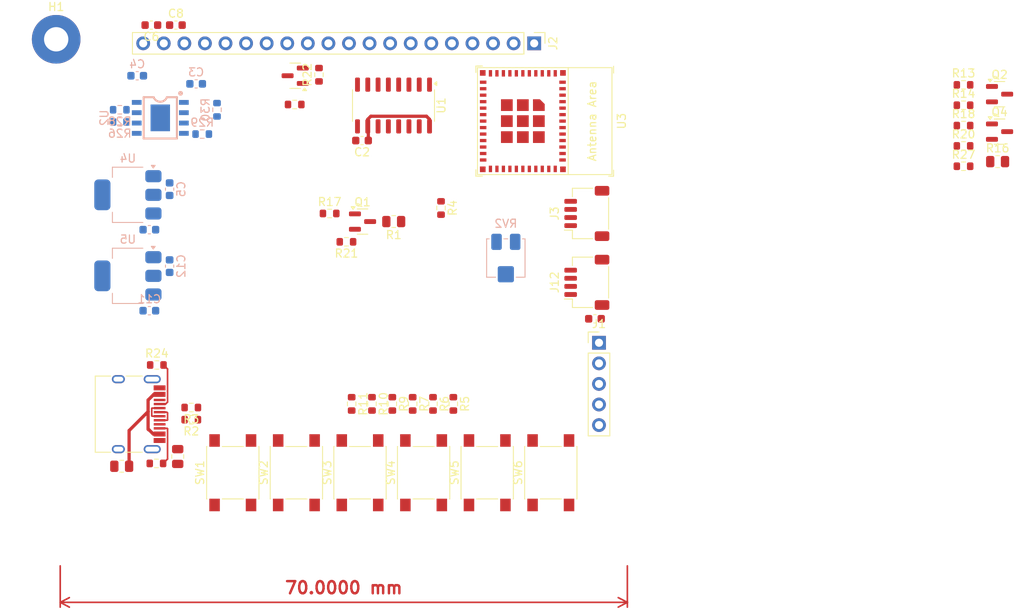
<source format=kicad_pcb>
(kicad_pcb (version 20240108) (generator "pcbnew") (generator_version "8.0")
  (layers (0 "F.Cu" signal) (31 "B.Cu" signal) (34 "B.Paste" user) (35 "F.Paste" user) (36 "B.SilkS" user "B.Silkscreen") (37 "F.SilkS" user "F.Silkscreen") (38 "B.Mask" user) (39 "F.Mask" user) (44 "Edge.Cuts" user))
  (net 0 "")
  (net 1 "GND")
  (net 2 "INT")
  (net 3 "SDA")
  (net 4 "SCL")
  (net 5 "D5")
  (net 6 "D0")
  (net 7 "R{slash}W")
  (net 8 "CS1")
  (net 9 "D7")
  (net 10 "EN")
  (net 11 "RST")
  (net 12 "D4")
  (net 13 "Vee")
  (net 14 "V0")
  (net 15 "D1")
  (net 16 "D{slash}I")
  (net 17 "CS2")
  (net 18 "LED-")
  (net 19 "D3")
  (net 20 "D6")
  (net 21 "D2")
  (net 22 "LED_DRV")
  (net 23 "B_BTN")
  (net 24 "A_BTN")
  (net 25 "UP_BTN")
  (net 26 "DN_BTN")
  (net 27 "LT_BTN")
  (net 28 "RT_BTN")
  (net 29 "SH_LAT")
  (net 30 "Net-(Q1-D)")
  (net 31 "+3V3")
  (net 32 "SH_CLK")
  (net 33 "+5V")
  (net 34 "+5VL")
  (net 35 "Net-(Q1-G)")
  (net 36 "Net-(J4-CC2)")
  (net 37 "Net-(J4-CC1)")
  (net 39 "+5VP")
  (net 41 "D+")
  (net 42 "D-")
  (net 44 "SH_DIN")
  (net 45 "Net-(U3-GPIO13{slash}USB_D+)")
  (net 46 "Net-(U3-GPIO12{slash}USB_D-)")
  (net 50 "Net-(SW7-B)")
  (net 54 "ACT_LED")
  (net 62 "Net-(Q2-D)")
  (net 63 "Net-(Q2-G)")
  (net 64 "SERTX_12V")
  (net 65 "Net-(Q4-G)")
  (net 66 "Net-(Q4-S)")
  (net 67 "SERTX_3V3")
  (net 68 "+12V")
  (net 69 "+BATT")
  (net 70 "Net-(D1-A)")
  (net 71 "Net-(D2-K)")
  (net 72 "Net-(U2-~{STDBY})")
  (net 73 "Net-(U2-~{CHRG})")
  (net 74 "Net-(D3-K)")
  (net 75 "Net-(U2-VCC)")
  (net 76 "Net-(U2-PROG)")
  (footprint "Connector_PinHeader_2.54mm:PinHeader_1x20_P2.54mm_Vertical" (layer "F.Cu") (at 166 73.5 -90)
    (property "Reference" "J2" (at 0 -2.33 90) (layer "F.SilkS"))
    (property "Value" "LCD")
    (pad "1" thru_hole rect (at 0 0 270) (size 1.7 1.7) (drill 1) (layers "*.Cu" "*.Mask") (net 34 "+5VL"))
    (pad "2" thru_hole oval (at 0 2.54 270) (size 1.7 1.7) (drill 1) (layers "*.Cu" "*.Mask") (net 1 "GND"))
    (pad "3" thru_hole oval (at 0 5.08 270) (size 1.7 1.7) (drill 1) (layers "*.Cu" "*.Mask") (net 14 "V0"))
    (pad "4" thru_hole oval (at 0 7.62 270) (size 1.7 1.7) (drill 1) (layers "*.Cu" "*.Mask") (net 6 "D0"))
    (pad "5" thru_hole oval (at 0 10.16 270) (size 1.7 1.7) (drill 1) (layers "*.Cu" "*.Mask") (net 15 "D1"))
    (pad "6" thru_hole oval (at 0 12.7 270) (size 1.7 1.7) (drill 1) (layers "*.Cu" "*.Mask") (net 21 "D2"))
    (pad "7" thru_hole oval (at 0 15.24 270) (size 1.7 1.7) (drill 1) (layers "*.Cu" "*.Mask") (net 19 "D3"))
    (pad "8" thru_hole oval (at 0 17.78 270) (size 1.7 1.7) (drill 1) (layers "*.Cu" "*.Mask") (net 12 "D4"))
    (pad "9" thru_hole oval (at 0 20.32 270) (size 1.7 1.7) (drill 1) (layers "*.Cu" "*.Mask") (net 5 "D5"))
    (pad "10" thru_hole oval (at 0 22.86 270) (size 1.7 1.7) (drill 1) (layers "*.Cu" "*.Mask") (net 20 "D6"))
    (pad "11" thru_hole oval (at 0 25.4 270) (size 1.7 1.7) (drill 1) (layers "*.Cu" "*.Mask") (net 9 "D7"))
    (pad "12" thru_hole oval (at 0 27.94 270) (size 1.7 1.7) (drill 1) (layers "*.Cu" "*.Mask") (net 8 "CS1"))
    (pad "13" thru_hole oval (at 0 30.48 270) (size 1.7 1.7) (drill 1) (layers "*.Cu" "*.Mask") (net 17 "CS2"))
    (pad "14" thru_hole oval (at 0 33.02 270) (size 1.7 1.7) (drill 1) (layers "*.Cu" "*.Mask") (net 11 "RST"))
    (pad "15" thru_hole oval (at 0 35.56 270) (size 1.7 1.7) (drill 1) (layers "*.Cu" "*.Mask") (net 7 "R{slash}W"))
    (pad "16" thru_hole oval (at 0 38.1 270) (size 1.7 1.7) (drill 1) (layers "*.Cu" "*.Mask") (net 16 "D{slash}I"))
    (pad "17" thru_hole oval (at 0 40.64 270) (size 1.7 1.7) (drill 1) (layers "*.Cu" "*.Mask") (net 10 "EN"))
    (pad "18" thru_hole oval (at 0 43.18 270) (size 1.7 1.7) (drill 1) (layers "*.Cu" "*.Mask") (net 13 "Vee"))
    (pad "19" thru_hole oval (at 0 45.72 270) (size 1.7 1.7) (drill 1) (layers "*.Cu" "*.Mask") (net 34 "+5VL"))
    (pad "20" thru_hole oval (at 0 48.26 270) (size 1.7 1.7) (drill 1) (layers "*.Cu" "*.Mask") (net 18 "LED-"))
  )
  (footprint "Package_TO_SOT_SMD:SOT-23" (layer "F.Cu") (at 136.5 77.5 180)
    (property "Reference" "Q3" (hide yes))
    (property "Value" "2N7002" (hide yes))
    (pad "1" smd roundrect (at -0.9375 -0.95 180) (size 1.475 0.6) (layers "F.Cu" "F.Paste" "F.Mask") (net 8 "CS1"))
    (pad "2" smd roundrect (at -0.9375 0.95 180) (size 1.475 0.6) (layers "F.Cu" "F.Paste" "F.Mask") (net 1 "GND"))
    (pad "3" smd roundrect (at 0.937501 0 180) (size 1.475 0.6) (layers "F.Cu" "F.Paste" "F.Mask") (net 17 "CS2"))
  )
  (footprint "Resistor_SMD:R_0603_1608Metric" (layer "F.Cu") (at 151 118 -90)
    (property "Reference" "R7" (at 0 -1.43 90) (layer "F.SilkS"))
    (property "Value" "10k")
    (pad "1" smd roundrect (at -0.825 0 270) (size 0.8 0.95) (layers "F.Cu" "F.Paste" "F.Mask") (net 31 "+3V3"))
    (pad "2" smd roundrect (at 0.825 0 270) (size 0.8 0.95) (layers "F.Cu" "F.Paste" "F.Mask") (net 26 "DN_BTN"))
  )
  (footprint "Package_TO_SOT_SMD:SOT-23" (layer "F.Cu") (at 144.8125 95.5)
    (property "Reference" "Q1" (at 0 -2.4 0) (layer "F.SilkS"))
    (property "Value" "2N7002")
    (pad "1" smd roundrect (at -0.9375 -0.95) (size 1.475 0.6) (layers "F.Cu" "F.Paste" "F.Mask") (net 35 "Net-(Q1-G)"))
    (pad "2" smd roundrect (at -0.9375 0.95) (size 1.475 0.6) (layers "F.Cu" "F.Paste" "F.Mask") (net 1 "GND"))
    (pad "3" smd roundrect (at 0.9375 0) (size 1.475 0.6) (layers "F.Cu" "F.Paste" "F.Mask") (net 30 "Net-(Q1-D)"))
  )
  (footprint "Button_Switch_SMD:SW_SPST_PTS645" (layer "F.Cu") (at 128.8 126.5 90)
    (property "Reference" "SW1" (at 0 -4.049999 90) (layer "F.SilkS"))
    (property "Value" "A")
    (pad "1" smd rect (at -3.98 -2.25 90) (size 1.55 1.3) (layers "F.Cu" "F.Paste" "F.Mask") (net 24 "A_BTN"))
    (pad "1" smd rect (at 3.98 -2.25 90) (size 1.55 1.3) (layers "F.Cu" "F.Paste" "F.Mask") (net 24 "A_BTN"))
    (pad "2" smd rect (at -3.98 2.25 90) (size 1.55 1.3) (layers "F.Cu" "F.Paste" "F.Mask") (net 1 "GND"))
    (pad "2" smd rect (at 3.98 2.25 90) (size 1.55 1.3) (layers "F.Cu" "F.Paste" "F.Mask") (net 1 "GND"))
  )
  (footprint "Capacitor_SMD:C_0603_1608Metric" (layer "F.Cu") (at 118.75 71.25 180)
    (property "Reference" "C6" (at 0 -1.43 0) (layer "F.SilkS"))
    (property "Value" "100nF")
    (pad "1" smd roundrect (at -0.775 0 180) (size 0.9 0.95) (layers "F.Cu" "F.Paste" "F.Mask") (net 34 "+5VL"))
    (pad "2" smd roundrect (at 0.775 0 180) (size 0.9 0.95) (layers "F.Cu" "F.Paste" "F.Mask") (net 1 "GND"))
  )
  (footprint "Package_TO_SOT_SMD:SOT-23" (layer "F.Cu") (at 223.44 84.4)
    (property "Reference" "Q4" (at 0 -2.4 0) (layer "F.SilkS"))
    (property "Value" "2N7002")
    (pad "1" smd roundrect (at -0.9375 -0.95) (size 1.475 0.6) (layers "F.Cu" "F.Paste" "F.Mask") (net 65 "Net-(Q4-G)"))
    (pad "2" smd roundrect (at -0.9375 0.95) (size 1.475 0.6) (layers "F.Cu" "F.Paste" "F.Mask") (net 66 "Net-(Q4-S)"))
    (pad "3" smd roundrect (at 0.9375 0) (size 1.475 0.6) (layers "F.Cu" "F.Paste" "F.Mask") (net 64 "SERTX_12V"))
  )
  (footprint "Resistor_SMD:R_0603_1608Metric" (layer "F.Cu") (at 218.99 81.14)
    (property "Reference" "R14" (at 0 -1.43 0) (layer "F.SilkS"))
    (property "Value" "5K1")
    (pad "1" smd roundrect (at -0.825 0) (size 0.8 0.95) (layers "F.Cu" "F.Paste" "F.Mask") (net 1 "GND"))
    (pad "2" smd roundrect (at 0.825 0) (size 0.8 0.95) (layers "F.Cu" "F.Paste" "F.Mask") (net 63 "Net-(Q2-G)"))
  )
  (footprint "Resistor_SMD:R_0603_1608Metric" (layer "F.Cu") (at 218.99 88.67)
    (property "Reference" "R27" (at 0 -1.43 0) (layer "F.SilkS"))
    (property "Value" "5K1")
    (pad "1" smd roundrect (at -0.825 0) (size 0.8 0.95) (layers "F.Cu" "F.Paste" "F.Mask") (net 66 "Net-(Q4-S)"))
    (pad "2" smd roundrect (at 0.825 0) (size 0.8 0.95) (layers "F.Cu" "F.Paste" "F.Mask") (net 65 "Net-(Q4-G)"))
  )
  (footprint "Resistor_SMD:R_0603_1608Metric" (layer "F.Cu") (at 218.99 86.16)
    (property "Reference" "R20" (at 0 -1.43 0) (layer "F.SilkS"))
    (property "Value" "10k")
    (pad "1" smd roundrect (at -0.825 0) (size 0.8 0.95) (layers "F.Cu" "F.Paste" "F.Mask") (net 64 "SERTX_12V"))
    (pad "2" smd roundrect (at 0.825 0) (size 0.8 0.95) (layers "F.Cu" "F.Paste" "F.Mask") (net 68 "+12V"))
  )
  (footprint "Connector_PinHeader_2.54mm:PinHeader_1x05_P2.54mm_Vertical" (layer "F.Cu") (at 174 110.46)
    (property "Reference" "J1" (at 0 -2.33 360) (layer "F.SilkS"))
    (property "Value" "I2C")
    (pad "1" thru_hole rect (at 0 0) (size 1.7 1.7) (drill 1) (layers "*.Cu" "*.Mask") (net 31 "+3V3"))
    (pad "2" thru_hole oval (at 0 2.54) (size 1.7 1.7) (drill 1) (layers "*.Cu" "*.Mask") (net 3 "SDA"))
    (pad "3" thru_hole oval (at 0 5.079999) (size 1.7 1.7) (drill 1) (layers "*.Cu" "*.Mask") (net 4 "SCL"))
    (pad "4" thru_hole oval (at 0 7.62) (size 1.7 1.7) (drill 1) (layers "*.Cu" "*.Mask") (net 2 "INT"))
    (pad "5" thru_hole oval (at 0 10.16) (size 1.7 1.7) (drill 1) (layers "*.Cu" "*.Mask") (net 1 "GND"))
  )
  (footprint "Resistor_SMD:R_0603_1608Metric" (layer "F.Cu") (at 136.4375 81.05)
    (property "Reference" "R15" (hide yes))
    (property "Value" "1K8")
    (pad "1" smd roundrect (at -0.825 0) (size 0.8 0.95) (layers "F.Cu" "F.Paste" "F.Mask") (net 17 "CS2"))
    (pad "2" smd roundrect (at 0.825 0) (size 0.8 0.95) (layers "F.Cu" "F.Paste" "F.Mask") (net 31 "+3V3"))
  )
  (footprint "Connector_JST:JST_SH_SM04B-SRSS-TB_1x04-1MP_P1.00mm_Horizontal" (layer "F.Cu") (at 172.5 103 90)
    (property "Reference" "J12" (at 0 -3.98 90) (layer "F.SilkS"))
    (property "Value" "QWIIC")
    (pad "1" smd roundrect (at -1.5 -2 90) (size 0.6 1.55) (layers "F.Cu" "F.Paste" "F.Mask") (net 1 "GND"))
    (pad "2" smd roundrect (at -0.5 -2 90) (size 0.6 1.55) (layers "F.Cu" "F.Paste" "F.Mask") (net 31 "+3V3"))
    (pad "3" smd roundrect (at 0.5 -2 90) (size 0.6 1.55) (layers "F.Cu" "F.Paste" "F.Mask") (net 3 "SDA"))
    (pad "4" smd roundrect (at 1.5 -2 90) (size 0.6 1.55) (layers "F.Cu" "F.Paste" "F.Mask") (net 4 "SCL"))
    (pad "MP" smd roundrect (at -2.8 1.875 90) (size 1.2 1.8) (layers "F.Cu" "F.Paste" "F.Mask") (roundrect_rratio 0.208333) (net 1 "GND"))
    (pad "MP" smd roundrect (at 2.8 1.875 90) (size 1.2 1.8) (layers "F.Cu" "F.Paste" "F.Mask") (roundrect_rratio 0.208333) (net 1 "GND"))
  )
  (footprint "Resistor_SMD:R_0603_1608Metric" (layer "F.Cu") (at 140.75 94.5)
    (property "Reference" "R17" (at 0 -1.43 0) (layer "F.SilkS"))
    (property "Value" "1K8")
    (pad "1" smd roundrect (at -0.825 0) (size 0.8 0.95) (layers "F.Cu" "F.Paste" "F.Mask") (net 22 "LED_DRV"))
    (pad "2" smd roundrect (at 0.825 0) (size 0.8 0.95) (layers "F.Cu" "F.Paste" "F.Mask") (net 35 "Net-(Q1-G)"))
  )
  (footprint "Button_Switch_SMD:SW_SPST_PTS645" (layer "F.Cu") (at 144.5 126.5 90)
    (property "Reference" "SW3" (at 0 -4.049999 90) (layer "F.SilkS"))
    (property "Value" "Up")
    (pad "1" smd rect (at -3.98 -2.25 90) (size 1.55 1.3) (layers "F.Cu" "F.Paste" "F.Mask") (net 25 "UP_BTN"))
    (pad "1" smd rect (at 3.98 -2.25 90) (size 1.55 1.3) (layers "F.Cu" "F.Paste" "F.Mask") (net 25 "UP_BTN"))
    (pad "2" smd rect (at -3.98 2.25 90) (size 1.55 1.3) (layers "F.Cu" "F.Paste" "F.Mask") (net 1 "GND"))
    (pad "2" smd rect (at 3.98 2.25 90) (size 1.55 1.3) (layers "F.Cu" "F.Paste" "F.Mask") (net 1 "GND"))
  )
  (footprint "Connector_JST:JST_SH_SM04B-SRSS-TB_1x04-1MP_P1.00mm_Horizontal" (layer "F.Cu") (at 172.5 94.5 90)
    (property "Reference" "J3" (at 0 -3.98 90) (layer "F.SilkS"))
    (property "Value" "QWIIC")
    (pad "1" smd roundrect (at -1.5 -2 90) (size 0.6 1.55) (layers "F.Cu" "F.Paste" "F.Mask") (net 1 "GND"))
    (pad "2" smd roundrect (at -0.5 -2 90) (size 0.6 1.55) (layers "F.Cu" "F.Paste" "F.Mask") (net 31 "+3V3"))
    (pad "3" smd roundrect (at 0.5 -2 90) (size 0.6 1.55) (layers "F.Cu" "F.Paste" "F.Mask") (net 3 "SDA"))
    (pad "4" smd roundrect (at 1.5 -2 90) (size 0.6 1.55) (layers "F.Cu" "F.Paste" "F.Mask") (net 4 "SCL"))
    (pad "MP" smd roundrect (at -2.8 1.875 90) (size 1.2 1.8) (layers "F.Cu" "F.Paste" "F.Mask") (roundrect_rratio 0.208333) (net 1 "GND"))
    (pad "MP" smd roundrect (at 2.8 1.875 90) (size 1.2 1.8) (layers "F.Cu" "F.Paste" "F.Mask") (roundrect_rratio 0.208333) (net 1 "GND"))
  )
  (footprint "Resistor_SMD:R_0603_1608Metric" (layer "F.Cu") (at 142.825 98 180)
    (property "Reference" "R21" (at 0 -1.43 0) (layer "F.SilkS"))
    (property "Value" "5K1")
    (pad "1" smd roundrect (at -0.825 0 180) (size 0.8 0.95) (layers "F.Cu" "F.Paste" "F.Mask") (net 1 "GND"))
    (pad "2" smd roundrect (at 0.825 0 180) (size 0.8 0.95) (layers "F.Cu" "F.Paste" "F.Mask") (net 35 "Net-(Q1-G)"))
  )
  (footprint "Button_Switch_SMD:SW_SPST_PTS645" (layer "F.Cu") (at 136.65 126.5 90)
    (property "Reference" "SW2" (at 0 -4.049999 90) (layer "F.SilkS"))
    (property "Value" "B")
    (pad "1" smd rect (at -3.98 -2.25 90) (size 1.55 1.3) (layers "F.Cu" "F.Paste" "F.Mask") (net 23 "B_BTN"))
    (pad "1" smd rect (at 3.98 -2.25 90) (size 1.55 1.3) (layers "F.Cu" "F.Paste" "F.Mask") (net 23 "B_BTN"))
    (pad "2" smd rect (at -3.98 2.25 90) (size 1.55 1.3) (layers "F.Cu" "F.Paste" "F.Mask") (net 1 "GND"))
    (pad "2" smd rect (at 3.98 2.25 90) (size 1.55 1.3) (layers "F.Cu" "F.Paste" "F.Mask") (net 1 "GND"))
  )
  (footprint "Resistor_SMD:R_0805_2012Metric" (layer "F.Cu") (at 148.6625 95.5 180)
    (property "Reference" "R1" (at 0 -1.65 0) (layer "F.SilkS"))
    (property "Value" "0/F")
    (pad "1" smd roundrect (at -0.9125 0 180) (size 1.025 1.4) (layers "F.Cu" "F.Paste" "F.Mask") (roundrect_rratio 0.243902) (net 18 "LED-"))
    (pad "2" smd roundrect (at 0.9125 0 180) (size 1.025 1.4) (layers "F.Cu" "F.Paste" "F.Mask") (roundrect_rratio 0.243902) (net 30 "Net-(Q1-D)"))
  )
  (footprint "Button_Switch_SMD:SW_SPST_PTS645" (layer "F.Cu") (at 152.349999 126.5 90)
    (property "Reference" "SW4" (at 0 -4.049999 90) (layer "F.SilkS"))
    (property "Value" "Down")
    (pad "1" smd rect (at -3.98 -2.25 90) (size 1.55 1.3) (layers "F.Cu" "F.Paste" "F.Mask") (net 26 "DN_BTN"))
    (pad "1" smd rect (at 3.98 -2.25 90) (size 1.55 1.3) (layers "F.Cu" "F.Paste" "F.Mask") (net 26 "DN_BTN"))
    (pad "2" smd rect (at -3.98 2.25 90) (size 1.55 1.3) (layers "F.Cu" "F.Paste" "F.Mask") (net 1 "GND"))
    (pad "2" smd rect (at 3.98 2.25 90) (size 1.55 1.3) (layers "F.Cu" "F.Paste" "F.Mask") (net 1 "GND"))
  )
  (footprint "PCM_Espressif:ESP32-C6-MINI-1" (layer "F.Cu") (at 167.3 83.1 -90)
    (property "Reference" "U3" (at 0 -9.499999 90) (layer "F.SilkS"))
    (property "Value" "ESP32-C6-MINI-1/U" (hide yes))
    (fp_text user "Antenna Area" (at 0 -5.85 90) (layer "F.SilkS"))
    (pad "1" smd rect (at -5.9 -1.3) (size 0.4 0.8) (layers "F.Cu" "F.Paste" "F.Mask") (net 1 "GND"))
    (pad "2" smd rect (at -5.9 -0.499999) (size 0.4 0.8) (layers "F.Cu" "F.Paste" "F.Mask") (net 1 "GND"))
    (pad "3" smd rect (at -5.9 0.3) (size 0.4 0.8) (layers "F.Cu" "F.Paste" "F.Mask") (net 31 "+3V3"))
    (pad "4" smd rect (at -5.9 1.099999) (size 0.4 0.8) (layers "F.Cu" "F.Paste" "F.Mask"))
    (pad "5" smd rect (at -5.9 1.9) (size 0.4 0.8) (layers "F.Cu" "F.Paste" "F.Mask"))
    (pad "6" smd rect (at -5.9 2.7) (size 0.4 0.8) (layers "F.Cu" "F.Paste" "F.Mask") (net 22 "LED_DRV"))
    (pad "7" smd rect (at -5.9 3.5) (size 0.4 0.8) (layers "F.Cu" "F.Paste" "F.Mask"))
    (pad "8" smd rect (at -5.9 4.3) (size 0.4 0.8) (layers "F.Cu" "F.Paste" "F.Mask") (net 50 "Net-(SW7-B)"))
    (pad "9" smd rect (at -5.9 5.100001) (size 0.4 0.8) (layers "F.Cu" "F.Paste" "F.Mask"))
    (pad "10" smd rect (at -5.9 5.9) (size 0.4 0.8) (layers "F.Cu" "F.Paste" "F.Mask") (net 2 "INT"))
    (pad "11" smd rect (at -5.9 6.699999) (size 0.4 0.8) (layers "F.Cu" "F.Paste" "F.Mask") (net 1 "GND"))
    (pad "12" smd rect (at -4.8 7.6 270) (size 0.4 0.8) (layers "F.Cu" "F.Paste" "F.Mask"))
    (pad "13" smd rect (at -4.000001 7.6 270) (size 0.4 0.8) (layers "F.Cu" "F.Paste" "F.Mask"))
    (pad "14" smd rect (at -3.2 7.6 270) (size 0.4 0.8) (layers "F.Cu" "F.Paste" "F.Mask") (net 1 "GND"))
    (pad "15" smd rect (at -2.4 7.6 270) (size 0.4 0.8) (layers "F.Cu" "F.Paste" "F.Mask") (net 3 "SDA"))
    (pad "16" smd rect (at -1.6 7.6 270) (size 0.4 0.8) (layers "F.Cu" "F.Paste" "F.Mask") (net 4 "SCL"))
    (pad "17" smd rect (at -0.8 7.6 270) (size 0.4 0.8) (layers "F.Cu" "F.Paste" "F.Mask") (net 46 "Net-(U3-GPIO12{slash}USB_D-)"))
    (pad "18" smd rect (at 0 7.600001 270) (size 0.4 0.8) (layers "F.Cu" "F.Paste" "F.Mask") (net 45 "Net-(U3-GPIO13{slash}USB_D+)"))
    (pad "19" smd rect (at 0.8 7.6 270) (size 0.4 0.8) (layers "F.Cu" "F.Paste" "F.Mask") (net 32 "SH_CLK"))
    (pad "20" smd rect (at 1.6 7.6 270) (size 0.4 0.8) (layers "F.Cu" "F.Paste" "F.Mask") (net 29 "SH_LAT"))
    (pad "21" smd rect (at 2.4 7.6 270) (size 0.4 0.8) (layers "F.Cu" "F.Paste" "F.Mask"))
    (pad "22" smd rect (at 3.2 7.6 270) (size 0.4 0.8) (layers "F.Cu" "F.Paste" "F.Mask") (net 54 "ACT_LED"))
    (pad "23" smd rect (at 4.000001 7.6 270) (size 0.4 0.8) (layers "F.Cu" "F.Paste" "F.Mask") (net 44 "SH_DIN"))
    (pad "24" smd rect (at 4.8 7.6 270) (size 0.4 0.8) (layers "F.Cu" "F.Paste" "F.Mask") (net 24 "A_BTN"))
    (pad "25" smd rect (at 5.9 6.699999) (size 0.4 0.8) (layers "F.Cu" "F.Paste" "F.Mask") (net 23 "B_BTN"))
    (pad "26" smd rect (at 5.9 5.9) (size 0.4 0.8) (layers "F.Cu" "F.Paste" "F.Mask") (net 25 "UP_BTN"))
    (pad "27" smd rect (at 5.9 5.100001) (size 0.4 0.8) (layers "F.Cu" "F.Paste" "F.Mask") (net 26 "DN_BTN"))
    (pad "28" smd rect (at 5.9 4.3) (size 0.4 0.8) (layers "F.Cu" "F.Paste" "F.Mask") (net 28 "RT_BTN"))
    (pad "29" smd rect (at 5.9 3.5) (size 0.4 0.8) (layers "F.Cu" "F.Paste" "F.Mask") (net 27 "LT_BTN"))
    (pad "30" smd rect (at 5.9 2.7) (size 0.4 0.8) (layers "F.Cu" "F.Paste" "F.Mask"))
    (pad "31" smd rect (at 5.9 1.9) (size 0.4 0.8) (layers "F.Cu" "F.Paste" "F.Mask"))
    (pad "32" smd rect (at 5.9 1.099999) (size 0.4 0.8) (layers "F.Cu" "F.Paste" "F.Mask"))
    (pad "33" smd rect (at 5.9 0.3) (size 0.4 0.8) (layers "F.Cu" "F.Paste" "F.Mask"))
    (pad "34" smd rect (at 5.9 -0.499999) (size 0.4 0.8) (layers "F.Cu" "F.Paste" "F.Mask"))
    (pad "35" smd rect (at 5.9 -1.3) (size 0.4 0.8) (layers "F.Cu" "F.Paste" "F.Mask"))
    (pad "36" smd rect (at 4.8 -2.199999 270) (size 0.4 0.8) (layers "F.Cu" "F.Paste" "F.Mask") (net 1 "GND"))
    (pad "37" smd rect (at 4 -2.2 270) (size 0.4 0.8) (layers "F.Cu" "F.Paste" "F.Mask") (net 1 "GND"))
    (pad "38" smd rect (at 3.2 -2.2 270) (size 0.4 0.8) (layers "F.Cu" "F.Paste" "F.Mask") (net 1 "GND"))
    (pad "39" smd rect (at 2.4 -2.2 270) (size 0.4 0.8) (layers "F.Cu" "F.Paste" "F.Mask") (net 1 "GND"))
    (pad "40" smd rect (at 1.6 -2.2 270) (size 0.4 0.8) (layers "F.Cu" "F.Paste" "F.Mask") (net 1 "GND"))
    (pad "41" smd rect (at 0.8 -2.199999 270) (size 0.4 0.8) (layers "F.Cu" "F.Paste" "F.Mask") (net 1 "GND"))
    (pad "42" smd rect (at 0 -2.2 270) (size 0.4 0.8) (layers "F.Cu" "F.Paste" "F.Mask") (net 1 "GND"))
    (pad "43" smd rect (at -0.8 -2.199999 270) (size 0.4 0.8) (layers "F.Cu" "F.Paste" "F.Mask") (net 1 "GND"))
    (pad "44" smd rect (at -1.6 -2.2 270) (size 0.4 0.8) (layers "F.Cu" "F.Paste" "F.Mask") (net 1 "GND"))
    (pad "45" smd rect (at -2.4 -2.2 270) (size 0.4 0.8) (layers "F.Cu" "F.Paste" "F.Mask") (net 1 "GND"))
    (pad "46" smd rect (at -3.2 -2.2 270) (size 0.4 0.8) (layers "F.Cu" "F.Paste" "F.Mask") (net 1 "GND"))
    (pad "47" smd rect (at -4 -2.2 270) (size 0.4 0.8) (layers "F.Cu" "F.Paste" "F.Mask") (net 1 "GND"))
    (pad "48" smd rect (at -4.8 -2.199999 270) (size 0.4 0.8) (layers "F.Cu" "F.Paste" "F.Mask") (net 1 "GND"))
    (pad "49" smd rect (at -1.975 2.7) (size 1.45 1.45) (layers "F.Cu" "F.Paste" "F.Mask") (net 1 "GND"))
    (pad "49" smd rect (at -1.975 4.675) (size 1.45 1.45) (layers "F.Cu" "F.Paste" "F.Mask") (net 1 "GND"))
    (pad "49" smd custom (at -1.974999 0.725 270) (size 0.8 0.8) (layers "F.Cu" "F.Paste" "F.Mask") (net 1 "GND") (options (clearance outline) (anchor rect)) (primitives (gr_poly (pts (xy 0.725 0.725) (xy -0.725 0.725) (xy -0.725 -0.125) (xy -0.125 -0.725) (xy 0.725 -0.725)) (width 0) (fill yes))))
    (pad "49" smd rect (at 0 0.724999) (size 1.45 1.45) (layers "F.Cu" "F.Paste" "F.Mask") (net 1 "GND"))
    (pad "49" smd rect (at 0 2.7) (size 1.45 1.45) (layers "F.Cu" "F.Paste" "F.Mask") (net 1 "GND"))
    (pad "49" smd rect (at 0 4.675) (size 1.45 1.45) (layers "F.Cu" "F.Paste" "F.Mask") (net 1 "GND"))
    (pad "49" smd rect (at 1.974999 0.725) (size 1.45 1.45) (layers "F.Cu" "F.Paste" "F.Mask") (net 1 "GND"))
    (pad "49" smd rect (at 1.975 2.7) (size 1.45 1.45) (layers "F.Cu" "F.Paste" "F.Mask") (net 1 "GND"))
    (pad "49" smd rect (at 1.975 4.675) (size 1.45 1.45) (layers "F.Cu" "F.Paste" "F.Mask") (net 1 "GND"))
    (pad "50" smd rect (at 5.95 -2.25) (size 0.7 0.7) (layers "F.Cu" "F.Paste" "F.Mask") (net 1 "GND"))
    (pad "51" smd rect (at 5.95 7.65) (size 0.7 0.7) (layers "F.Cu" "F.Paste" "F.Mask") (net 1 "GND"))
    (pad "52" smd rect (at -5.95 7.65) (size 0.7 0.7) (layers "F.Cu" "F.Paste" "F.Mask") (net 1 "GND"))
    (pad "53" smd rect (at -5.95 -2.25) (size 0.7 0.7) (layers "F.Cu" "F.Paste" "F.Mask") (net 1 "GND"))
  )
  (footprint "Capacitor_SMD:C_0603_1608Metric" (layer "F.Cu") (at 144.75 85.5 180)
    (property "Reference" "C2" (at 0 -1.43 0) (layer "F.SilkS"))
    (property "Value" "100nF" (hide yes))
    (pad "1" smd roundrect (at -0.775 0 180) (size 0.9 0.95) (layers "F.Cu" "F.Paste" "F.Mask") (net 31 "+3V3"))
    (pad "2" smd roundrect (at 0.775 0 180) (size 0.9 0.95) (layers "F.Cu" "F.Paste" "F.Mask") (net 1 "GND"))
  )
  (footprint "Resistor_SMD:R_0805_2012Metric" (layer "F.Cu") (at 122 124.5 90)
    (property "Reference" "R19" (hide yes))
    (property "Value" "0/F")
    (pad "1" smd roundrect (at -0.9125 0 90) (size 1.025 1.4) (layers "F.Cu" "F.Paste" "F.Mask") (roundrect_rratio 0.243902) (net 33 "+5V"))
    (pad "2" smd roundrect (at 0.9125 0 90) (size 1.025 1.4) (layers "F.Cu" "F.Paste" "F.Mask") (roundrect_rratio 0.243902) (net 34 "+5VL"))
  )
  (footprint "Package_SO:SO-16_3.9x9.9mm_P1.27mm" (layer "F.Cu") (at 148.635 81.175 -90)
    (property "Reference" "U1" (at 0 -5.9 90) (layer "F.SilkS"))
    (property "Value" "74HC595" (hide yes))
    (pad "1" smd roundrect (at -2.575 -4.445 270) (size 1.75 0.6) (layers "F.Cu" "F.Paste" "F.Mask") (net 15 "D1"))
    (pad "2" smd roundrect (at -2.575 -3.175 270) (size 1.75 0.6) (layers "F.Cu" "F.Paste" "F.Mask") (net 21 "D2"))
    (pad "3" smd roundrect (at -2.575 -1.905 270) (size 1.75 0.6) (layers "F.Cu" "F.Paste" "F.Mask") (net 19 "D3"))
    (pad "4" smd roundrect (at -2.575 -0.635 270) (size 1.75 0.6) (layers "F.Cu" "F.Paste" "F.Mask") (net 12 "D4"))
    (pad "5" smd roundrect (at -2.575 0.635 270) (size 1.75 0.6) (layers "F.Cu" "F.Paste" "F.Mask") (net 5 "D5"))
    (pad "6" smd roundrect (at -2.575 1.905 270) (size 1.75 0.6) (layers "F.Cu" "F.Paste" "F.Mask") (net 20 "D6"))
    (pad "7" smd roundrect (at -2.575 3.175 270) (size 1.75 0.6) (layers "F.Cu" "F.Paste" "F.Mask") (net 9 "D7"))
    (pad "8" smd roundrect (at -2.575 4.445 270) (size 1.75 0.6) (layers "F.Cu" "F.Paste" "F.Mask") (net 1 "GND"))
    (pad "9" smd roundrect (at 2.575 4.445 270) (size 1.75 0.6) (layers "F.Cu" "F.Paste" "F.Mask"))
    (pad "10" smd roundrect (at 2.575 3.175 270) (size 1.75 0.6) (layers "F.Cu" "F.Paste" "F.Mask") (net 31 "+3V3"))
    (pad "11" smd roundrect (at 2.575 1.905 270) (size 1.75 0.6) (layers "F.Cu" "F.Paste" "F.Mask") (net 32 "SH_CLK"))
    (pad "12" smd roundrect (at 2.575 0.635 270) (size 1.75 0.6) (layers "F.Cu" "F.Paste" "F.Mask") (net 29 "SH_LAT"))
    (pad "13" smd roundrect (at 2.575 -0.635 270) (size 1.75 0.6) (layers "F.Cu" "F.Paste" "F.Mask") (net 1 "GND"))
    (pad "14" smd roundrect (at 2.575 -1.905 270) (size 1.75 0.6) (layers "F.Cu" "F.Paste" "F.Mask") (net 44 "SH_DIN"))
    (pad "15" smd roundrect (at 2.575 -3.175 270) (size 1.75 0.6) (layers "F.Cu" "F.Paste" "F.Mask") (net 6 "D0"))
    (pad "16" smd roundrect (at 2.575 -4.445 270) (size 1.75 0.6) (layers "F.Cu" "F.Paste" "F.Mask") (net 31 "+3V3"))
  )
  (footprint "Resistor_SMD:R_0603_1608Metric" (layer "F.Cu") (at 218.99 83.65)
    (property "Reference" "R18" (at 0 -1.43 0) (layer "F.SilkS"))
    (property "Value" "10k")
    (pad "1" smd roundrect (at -0.825 0) (size 0.8 0.95) (layers "F.Cu" "F.Paste" "F.Mask") (net 62 "Net-(Q2-D)"))
    (pad "2" smd roundrect (at 0.825 0) (size 0.8 0.95) (layers "F.Cu" "F.Paste" "F.Mask") (net 68 "+12V"))
  )
  (footprint "Resistor_SMD:R_0603_1608Metric" (layer "F.Cu") (at 153.51 118 -90)
    (property "Reference" "R6" (at 0 -1.43 90) (layer "F.SilkS"))
    (property "Value" "10k")
    (pad "1" smd roundrect (at -0.825 0 270) (size 0.8 0.95) (layers "F.Cu" "F.Paste" "F.Mask") (net 31 "+3V3"))
    (pad "2" smd roundrect (at 0.825 0 270) (size 0.8 0.95) (layers "F.Cu" "F.Paste" "F.Mask") (net 28 "RT_BTN"))
  )
  (footprint "Button_Switch_SMD:SW_SPST_PTS645" (layer "F.Cu") (at 168.05 126.5 90)
    (property "Reference" "SW6" (at 0 -4.049999 90) (layer "F.SilkS"))
    (property "Value" "Left")
    (pad "1" smd rect (at -3.98 -2.25 90) (size 1.55 1.3) (layers "F.Cu" "F.Paste" "F.Mask") (net 27 "LT_BTN"))
    (pad "1" smd rect (at 3.98 -2.25 90) (size 1.55 1.3) (layers "F.Cu" "F.Paste" "F.Mask") (net 27 "LT_BTN"))
    (pad "2" smd rect (at -3.98 2.25 90) (size 1.55 1.3) (layers "F.Cu" "F.Paste" "F.Mask") (net 1 "GND"))
    (pad "2" smd rect (at 3.98 2.25 90) (size 1.55 1.3) (layers "F.Cu" "F.Paste" "F.Mask") (net 1 "GND"))
  )
  (footprint "Resistor_SMD:R_0603_1608Metric" (layer "F.Cu") (at 148.49 118 -90)
    (property "Reference" "R9" (at 0 -1.43 90) (layer "F.SilkS"))
    (property "Value" "10k")
    (pad "1" smd roundrect (at -0.825 0 270) (size 0.8 0.95) (layers "F.Cu" "F.Paste" "F.Mask") (net 31 "+3V3"))
    (pad "2" smd roundrect (at 0.825 0 270) (size 0.8 0.95) (layers "F.Cu" "F.Paste" "F.Mask") (net 25 "UP_BTN"))
  )
  (footprint "Resistor_SMD:R_0603_1608Metric" (layer "F.Cu") (at 139.4375 77.375 90)
    (property "Reference" "R22" (at 0 -1.43 90) (layer "F.SilkS"))
    (property "Value" "5K1")
    (pad "1" smd roundrect (at -0.825 0 90) (size 0.8 0.95) (layers "F.Cu" "F.Paste" "F.Mask") (net 8 "CS1"))
    (pad "2" smd roundrect (at 0.825 0 90) (size 0.8 0.95) (layers "F.Cu" "F.Paste" "F.Mask") (net 1 "GND"))
  )
  (footprint "Resistor_SMD:R_0603_1608Metric" (layer "F.Cu") (at 123.674999 118.452499 180)
    (property "Reference" "R3" (at 0 -1.43 360) (layer "F.SilkS"))
    (property "Value" "22")
    (pad "1" smd roundrect (at -0.825 0 180) (size 0.8 0.95) (layers "F.Cu" "F.Paste" "F.Mask") (net 46 "Net-(U3-GPIO12{slash}USB_D-)"))
    (pad "2" smd roundrect (at 0.825 0 180) (size 0.8 0.95) (layers "F.Cu" "F.Paste" "F.Mask") (net 42 "D-"))
  )
  (footprint "Resistor_SMD:R_0805_2012Metric" (layer "F.Cu") (at 223.2 88.1)
    (property "Reference" "R16" (at 0 -1.65 0) (layer "F.SilkS"))
    (property "Value" "0/F")
    (pad "1" smd roundrect (at -0.9125 0) (size 1.025 1.4) (layers "F.Cu" "F.Paste" "F.Mask") (roundrect_rratio 0.243902) (net 65 "Net-(Q4-G)"))
    (pad "2" smd roundrect (at 0.9125 0) (size 1.025 1.4) (layers "F.Cu" "F.Paste" "F.Mask") (roundrect_rratio 0.243902) (net 62 "Net-(Q2-D)"))
  )
  (footprint "Resistor_SMD:R_0805_2012Metric" (layer "F.Cu") (at 115.087499 125.702499)
    (property "Reference" "R25" (hide yes))
    (property "Value" "0/F" (hide yes))
    (pad "1" smd roundrect (at -0.9125 0) (size 1.025 1.4) (layers "F.Cu" "F.Paste" "F.Mask") (roundrect_rratio 0.243902) (net 33 "+5V"))
    (pad "2" smd roundrect (at 0.9125 0) (size 1.025 1.4) (layers "F.Cu" "F.Paste" "F.Mask") (roundrect_rratio 0.243902) (net 39 "+5VP"))
  )
  (footprint "Resistor_SMD:R_0603_1608Metric" (layer "F.Cu") (at 119.374999 125.3525 180)
    (property "Reference" "R23" (hide yes))
    (property "Value" "5K1")
    (pad "1" smd roundrect (at -0.825 0 180) (size 0.8 0.95) (layers "F.Cu" "F.Paste" "F.Mask") (net 36 "Net-(J4-CC2)"))
    (pad "2" smd roundrect (at 0.825 0 180) (size 0.8 0.95) (layers "F.Cu" "F.Paste" "F.Mask") (net 1 "GND"))
  )
  (footprint "Connector_USB:USB_C_Receptacle_HRO_TYPE-C-31-M-12" (layer "F.Cu") (at 115.724998 119.272499 -90)
    (property "Reference" "J4" (hide yes))
    (property "Value" "USB_C_Receptacle_USB2.0_16P")
    (pad "" np_thru_hole circle (at -2.89 -2.6 270) (size 0.65 0.65) (drill 0.65) (layers "*.Cu" "*.Mask"))
    (pad "" np_thru_hole circle (at 2.89 -2.6 270) (size 0.65 0.65) (drill 0.65) (layers "*.Cu" "*.Mask"))
    (pad "A1" smd rect (at -3.25 -4.045 270) (size 0.6 1.45) (layers "F.Cu" "F.Paste" "F.Mask") (net 1 "GND"))
    (pad "A4" smd rect (at -2.450001 -4.045 270) (size 0.6 1.45) (layers "F.Cu" "F.Paste" "F.Mask") (net 39 "+5VP"))
    (pad "A5" smd rect (at -1.25 -4.044999 270) (size 0.3 1.45) (layers "F.Cu" "F.Paste" "F.Mask") (net 37 "Net-(J4-CC1)"))
    (pad "A6" smd rect (at -0.25 -4.045 270) (size 0.3 1.45) (layers "F.Cu" "F.Paste" "F.Mask") (net 41 "D+"))
    (pad "A7" smd rect (at 0.25 -4.045 270) (size 0.3 1.45) (layers "F.Cu" "F.Paste" "F.Mask") (net 42 "D-"))
    (pad "A8" smd rect (at 1.25 -4.044999 270) (size 0.3 1.45) (layers "F.Cu" "F.Paste" "F.Mask"))
    (pad "A9" smd rect (at 2.450001 -4.045 270) (size 0.6 1.45) (layers "F.Cu" "F.Paste" "F.Mask") (net 39 "+5VP"))
    (pad "A12" smd rect (at 3.25 -4.045 270) (size 0.6 1.45) (layers "F.Cu" "F.Paste" "F.Mask") (net 1 "GND"))
    (pad "B1" smd rect (at 3.25 -4.045 270) (size 0.6 1.45) (layers "F.Cu" "F.Paste" "F.Mask") (net 1 "GND"))
    (pad "B4" smd rect (at 2.450001 -4.045 270) (size 0.6 1.45) (layers "F.Cu" "F.Paste" "F.Mask") (net 39 "+5VP"))
    (pad "B5" smd rect (at 1.75 -4.045 270) (size 0.3 1.45) (layers "F.Cu" "F.Paste" "F.Mask") (net 36 "Net-(J4-CC2)"))
    (pad "B6" smd rect (at 0.75 -4.045 270) (size 0.3 1.45) (layers "F.Cu" "F.Paste" "F.Mask") (net 41 "D+"))
    (pad "B7" smd rect (at -0.75 -4.045 270) (size 0.3 1.45) (layers "F.Cu" "F.Paste" "F.Mask") (net 42 "D-"))
    (pad "B8" smd rect (at -1.75 -4.045 270) (size 0.3 1.45) (layers "F.Cu" "F.Paste" "F.Mask"))
    (pad "B9" smd rect (at -2.450001 -4.045 270) (size 0.6 1.45) (layers "F.Cu" "F.Paste" "F.Mask") (net 39 "+5VP"))
    (pad "B12" smd rect (at -3.25 -4.045 270) (size 0.6 1.45) (layers "F.Cu" "F.Paste" "F.Mask") (net 1 "GND"))
    (pad "S1" thru_hole oval (at -4.32 -3.13 270) (size 1 2.1) (drill oval 0.6 1.7) (layers "*.Cu" "*.Mask") (net 1 "GND"))
    (pad "S1" thru_hole oval (at -4.32 1.05 270) (size 1 1.6) (drill oval 0.6 1.2) (layers "*.Cu" "*.Mask") (net 1 "GND"))
    (pad "S1" thru_hole oval (at 4.32 -3.13 270) (size 1 2.1) (drill oval 0.6 1.7) (layers "*.Cu" "*.Mask") (net 1 "GND"))
    (pad "S1" thru_hole oval (at 4.32 1.05 270) (size 1 1.6) (drill oval 0.6 1.2) (layers "*.Cu" "*.Mask") (net 1 "GND"))
  )
  (footprint "Resistor_SMD:R_0603_1608Metric" (layer "F.Cu") (at 218.99 78.63)
    (property "Reference" "R13" (at 0 -1.43 0) (layer "F.SilkS"))
    (property "Value" "1K8")
    (pad "1" smd roundrect (at -0.825 0) (size 0.8 0.95) (layers "F.Cu" "F.Paste" "F.Mask") (net 67 "SERTX_3V3"))
    (pad "2" smd roundrect (at 0.825 0) (size 0.8 0.95) (layers "F.Cu" "F.Paste" "F.Mask") (net 63 "Net-(Q2-G)"))
  )
  (footprint "Resistor_SMD:R_0603_1608Metric" (layer "F.Cu") (at 156.02 118 -90)
    (property "Reference" "R5" (at 0 -1.43 90) (layer "F.SilkS"))
    (property "Value" "10k")
    (pad "1" smd roundrect (at -0.825 0 270) (size 0.8 0.95) (layers "F.Cu" "F.Paste" "F.Mask") (net 31 "+3V3"))
    (pad "2" smd roundrect (at 0.825 0 270) (size 0.8 0.95) (layers "F.Cu" "F.Paste" "F.Mask") (net 27 "LT_BTN"))
  )
  (footprint "Resistor_SMD:R_0603_1608Metric" (layer "F.Cu") (at 154.5 93.825 -90)
    (property "Reference" "R4" (at 0 -1.43 90) (layer "F.SilkS"))
    (property "Value" "5k")
    (pad "1" smd roundrect (at -0.825 0 270) (size 0.8 0.95) (layers "F.Cu" "F.Paste" "F.Mask") (net 54 "ACT_LED"))
    (pad "2" smd roundrect (at 0.825 0 270) (size 0.8 0.95) (layers "F.Cu" "F.Paste" "F.Mask") (net 70 "Net-(D1-A)"))
  )
  (footprint "Package_TO_SOT_SMD:SOT-23" (layer "F.Cu") (at 223.44 79.775)
    (property "Reference" "Q2" (at 0 -2.4 0) (layer "F.SilkS"))
    (property "Value" "2N7002")
    (pad "1" smd roundrect (at -0.9375 -0.95) (size 1.475 0.6) (layers "F.Cu" "F.Paste" "F.Mask") (net 63 "Net-(Q2-G)"))
    (pad "2" smd roundrect (at -0.9375 0.95) (size 1.475 0.6) (layers "F.Cu" "F.Paste" "F.Mask") (net 1 "GND"))
    (pad "3" smd roundrect (at 0.9375 0) (size 1.475 0.6) (layers "F.Cu" "F.Paste" "F.Mask") (net 62 "Net-(Q2-D)"))
  )
  (footprint "Resistor_SMD:R_0603_1608Metric" (layer "F.Cu") (at 145.98 118 -90)
    (property "Reference" "R10" (at 0 -1.43 90) (layer "F.SilkS"))
    (property "Value" "10k")
    (pad "1" smd roundrect (at -0.825 0 270) (size 0.8 0.95) (layers "F.Cu" "F.Paste" "F.Mask") (net 31 "+3V3"))
    (pad "2" smd roundrect (at 0.825 0 270) (size 0.8 0.95) (layers "F.Cu" "F.Paste" "F.Mask") (net 23 "B_BTN"))
  )
  (footprint "Resistor_SMD:R_0603_1608Metric" (layer "F.Cu") (at 123.675 119.9525 180)
    (property "Reference" "R2" (at 0 -1.43 360) (layer "F.SilkS"))
    (property "Value" "22")
    (pad "1" smd roundrect (at -0.825 0 180) (size 0.8 0.95) (layers "F.Cu" "F.Paste" "F.Mask") (net 45 "Net-(U3-GPIO13{slash}USB_D+)"))
    (pad "2" smd roundrect (at 0.825 0 180) (size 0.8 0.95) (layers "F.Cu" "F.Paste" "F.Mask") (net 41 "D+"))
  )
  (footprint "Resistor_SMD:R_0603_1608Metric" (layer "F.Cu") (at 143.47 118 -90)
    (property "Reference" "R11" (at 0 -1.43 90) (layer "F.SilkS"))
    (property "Value" "10k")
    (pad "1" smd roundrect (at -0.825 0 270) (size 0.8 0.95) (layers "F.Cu" "F.Paste" "F.Mask") (net 31 "+3V3"))
    (pad "2" smd roundrect (at 0.825 0 270) (size 0.8 0.95) (layers "F.Cu" "F.Paste" "F.Mask") (net 24 "A_BTN"))
  )
  (footprint "Capacitor_SMD:C_0603_1608Metric" (layer "F.Cu") (at 173.5 107.5)
    (property "Reference" "C9" (hide yes))
    (property "Value" "100nF" (hide yes))
    (pad "1" smd roundrect (at -0.775 0) (size 0.9 0.95) (layers "F.Cu" "F.Paste" "F.Mask") (net 31 "+3V3"))
    (pad "2" smd roundrect (at 0.775 0) (size 0.9 0.95) (layers "F.Cu" "F.Paste" "F.Mask") (net 1 "GND"))
  )
  (footprint "Capacitor_SMD:C_0603_1608Metric" (layer "F.Cu") (at 121.775 71.25)
    (property "Reference" "C8" (at 0 -1.43 0) (layer "F.SilkS"))
    (property "Value" "100nF")
    (pad "1" smd roundrect (at -0.775 0) (size 0.9 0.95) (layers "F.Cu" "F.Paste" "F.Mask") (net 34 "+5VL"))
    (pad "2" smd roundrect (at 0.775 0) (size 0.9 0.95) (layers "F.Cu" "F.Paste" "F.Mask") (net 1 "GND"))
  )
  (footprint "Resistor_SMD:R_0603_1608Metric" (layer "F.Cu") (at 119.424998 113.202499)
    (property "Reference" "R24" (at 0 -1.43 360) (layer "F.SilkS"))
    (property "Value" "5K1")
    (pad "1" smd roundrect (at -0.825 0) (size 0.8 0.95) (layers "F.Cu" "F.Paste" "F.Mask") (net 1 "GND"))
    (pad "2" smd roundrect (at 0.825 0) (size 0.8 0.95) (layers "F.Cu" "F.Paste" "F.Mask") (net 37 "Net-(J4-CC1)"))
  )
  (footprint "Button_Switch_SMD:SW_SPST_PTS645" (layer "F.Cu") (at 160.2 126.5 90)
    (property "Reference" "SW5" (at 0 -4.049999 90) (layer "F.SilkS"))
    (property "Value" "Right")
    (pad "1" smd rect (at -3.98 -2.25 90) (size 1.55 1.3) (layers "F.Cu" "F.Paste" "F.Mask") (net 28 "RT_BTN"))
    (pad "1" smd rect (at 3.98 -2.25 90) (size 1.55 1.3) (layers "F.Cu" "F.Paste" "F.Mask") (net 28 "RT_BTN"))
    (pad "2" smd rect (at -3.98 2.25 90) (size 1.55 1.3) (layers "F.Cu" "F.Paste" "F.Mask") (net 1 "GND"))
    (pad "2" smd rect (at 3.98 2.25 90) (size 1.55 1.3) (layers "F.Cu" "F.Paste" "F.Mask") (net 1 "GND"))
  )
  (footprint "MountingHole:MountingHole_3mm_Pad" (layer "F.Cu") (at 107 73)
    (property "Reference" "H1" (at 0 -4 0) (layer "F.SilkS"))
    (property "Value" "MountingHole_Pad")
    (pad "1" thru_hole circle (at 0 0) (size 6 6) (drill 3) (layers "*.Cu" "*.Mask") (net 1 "GND"))
  )
  (footprint "Resistor_SMD:R_0603_1608Metric" (layer "B.Cu") (at 114.85 83.199999)
    (property "Reference" "R26" (at 0 1.43 360) (layer "B.SilkS") (effects (justify mirror)))
    (property "Value" "1k")
    (pad "1" smd roundrect (at -0.825 0) (size 0.8 0.95) (layers "B.Cu" "B.Paste" "B.Mask") (net 72 "Net-(U2-~{STDBY})"))
    (pad "2" smd roundrect (at 0.825 0) (size 0.8 0.95) (layers "B.Cu" "B.Paste" "B.Mask") (net 71 "Net-(D2-K)"))
  )
  (footprint "Battery:ESOP-8_L4.9-W3.9-P1.27-LS6.0-BL-EP" (layer "B.Cu") (at 119.85 82.7 -90)
    (property "Reference" "U2" (at 0 6.91 90) (layer "B.SilkS") (effects (justify mirror)))
    (property "Value" "TP4056_C725790" (hide yes))
    (pad "1" smd rect (at -1.91 -2.91 270) (size 0.6 1.2) (layers "B.Cu" "B.Paste" "B.Mask"))
    (pad "2" smd rect (at -0.64 -2.91 270) (size 0.6 1.2) (layers "B.Cu" "B.Paste" "B.Mask") (net 76 "Net-(U2-PROG)"))
    (pad "3" smd rect (at 0.64 -2.91 270) (size 0.6 1.2) (layers "B.Cu" "B.Paste" "B.Mask") (net 1 "GND"))
    (pad "4" smd rect (at 1.91 -2.91 270) (size 0.6 1.2) (layers "B.Cu" "B.Paste" "B.Mask") (net 75 "Net-(U2-VCC)"))
    (pad "5" smd rect (at 1.91 2.91 270) (size 0.6 1.2) (layers "B.Cu" "B.Paste" "B.Mask") (net 69 "+BATT"))
    (pad "6" smd rect (at 0.64 2.91 270) (size 0.6 1.2) (layers "B.Cu" "B.Paste" "B.Mask") (net 72 "Net-(U2-~{STDBY})"))
    (pad "7" smd rect (at -0.64 2.91 270) (size 0.6 1.2) (layers "B.Cu" "B.Paste" "B.Mask") (net 73 "Net-(U2-~{CHRG})"))
    (pad "8" smd rect (at -1.91 2.91 270) (size 0.6 1.2) (layers "B.Cu" "B.Paste" "B.Mask") (net 33 "+5V"))
    (pad "9" smd rect (at 0 0 90) (size 3.3 2.4) (layers "B.Cu" "B.Paste" "B.Mask"))
  )
  (footprint "Capacitor_SMD:C_0603_1608Metric" (layer "B.Cu") (at 124.275 78.5 180)
    (property "Reference" "C3" (at 0 1.43 0) (layer "B.SilkS") (effects (justify mirror)))
    (property "Value" "100nF")
    (pad "1" smd roundrect (at -0.775 0 180) (size 0.9 0.95) (layers "B.Cu" "B.Paste" "B.Mask") (net 33 "+5V"))
    (pad "2" smd roundrect (at 0.775 0 180) (size 0.9 0.95) (layers "B.Cu" "B.Paste" "B.Mask") (net 1 "GND"))
  )
  (footprint "Package_TO_SOT_SMD:SOT-223-3_TabPin2" (layer "B.Cu") (at 115.85 102.2 180)
    (property "Reference" "U5" (at 0 4.5 0) (layer "B.SilkS") (effects (justify mirror)))
    (property "Value" "AP1117-33" (hide yes))
    (pad "1" smd roundrect (at -3.15 2.3 180) (size 2 1.5) (layers "B.Cu" "B.Paste" "B.Mask") (net 1 "GND"))
    (pad "2" smd roundrect (at -3.15 0 180) (size 2 1.5) (layers "B.Cu" "B.Paste" "B.Mask") (net 31 "+3V3"))
    (pad "2" smd roundrect (at 3.15 0 180) (size 2 3.8) (layers "B.Cu" "B.Paste" "B.Mask") (net 31 "+3V3"))
    (pad "3" smd roundrect (at -3.15 -2.3 180) (size 2 1.5) (layers "B.Cu" "B.Paste" "B.Mask") (net 69 "+BATT"))
  )
  (footprint "Resistor_SMD:R_0603_1608Metric" (layer "B.Cu") (at 125.025 84.7 180)
    (property "Reference" "R29" (at 0 1.43 360) (layer "B.SilkS") (effects (justify mirror)))
    (property "Value" "4")
    (pad "1" smd roundrect (at -0.825 0 180) (size 0.8 0.95) (layers "B.Cu" "B.Paste" "B.Mask") (net 33 "+5V"))
    (pad "2" smd roundrect (at 0.825 0 180) (size 0.8 0.95) (layers "B.Cu" "B.Paste" "B.Mask") (net 75 "Net-(U2-VCC)"))
  )
  (footprint "Capacitor_SMD:C_0603_1608Metric" (layer "B.Cu") (at 117 77.5 180)
    (property "Reference" "C4" (at 0 1.43 0) (layer "B.SilkS") (effects (justify mirror)))
    (property "Value" "100nF")
    (pad "1" smd roundrect (at -0.775 0 180) (size 0.9 0.95) (layers "B.Cu" "B.Paste" "B.Mask") (net 69 "+BATT"))
    (pad "2" smd roundrect (at 0.775 0 180) (size 0.9 0.95) (layers "B.Cu" "B.Paste" "B.Mask") (net 1 "GND"))
  )
  (footprint "Resistor_SMD:R_0603_1608Metric" (layer "B.Cu") (at 126.85 81.7 -90)
    (property "Reference" "R30" (at 0 1.43 90) (layer "B.SilkS") (effects (justify mirror)))
    (property "Value" "4")
    (pad "1" smd roundrect (at -0.825 0 270) (size 0.8 0.95) (layers "B.Cu" "B.Paste" "B.Mask") (net 76 "Net-(U2-PROG)"))
    (pad "2" smd roundrect (at 0.825 0 270) (size 0.8 0.95) (layers "B.Cu" "B.Paste" "B.Mask") (net 1 "GND"))
  )
  (footprint "Capacitor_SMD:C_0603_1608Metric" (layer "B.Cu") (at 121 91.5 90)
    (property "Reference" "C5" (at 0 1.43 90) (layer "B.SilkS") (effects (justify mirror)))
    (property "Value" "100nF")
    (pad "1" smd roundrect (at -0.775 0 90) (size 0.9 0.95) (layers "B.Cu" "B.Paste" "B.Mask") (net 33 "+5V"))
    (pad "2" smd roundrect (at 0.775 0 90) (size 0.9 0.95) (layers "B.Cu" "B.Paste" "B.Mask") (net 1 "GND"))
  )
  (footprint "Capacitor_SMD:C_0603_1608Metric" (layer "B.Cu") (at 118.5 96.5 180)
    (property "Reference" "C10" (hide yes))
    (property "Value" "100nF" (hide yes))
    (pad "1" smd roundrect (at -0.775 0 180) (size 0.9 0.95) (layers "B.Cu" "B.Paste" "B.Mask") (net 69 "+BATT"))
    (pad "2" smd roundrect (at 0.775 0 180) (size 0.9 0.95) (layers "B.Cu" "B.Paste" "B.Mask") (net 1 "GND"))
  )
  (footprint "Potentiometer_SMD:Potentiometer_Bourns_3314J_Vertical" (layer "B.Cu") (at 162.5 100 180)
    (property "Reference" "RV2" (at 0 4.25 360) (layer "B.SilkS") (effects (justify mirror)))
    (property "Value" "10K")
    (pad "1" smd roundrect (at -1.15 2 180) (size 1.3 2) (layers "B.Cu" "B.Paste" "B.Mask") (roundrect_rratio 0.1923076923) (net 14 "V0"))
    (pad "2" smd roundrect (at 0 -2.000001 180) (size 2 2) (layers "B.Cu" "B.Paste" "B.Mask") (roundrect_rratio 0.125) (net 14 "V0"))
    (pad "3" smd roundrect (at 1.15 2 180) (size 1.3 2) (layers "B.Cu" "B.Paste" "B.Mask") (roundrect_rratio 0.1923076923) (net 13 "Vee"))
  )
  (footprint "Capacitor_SMD:C_0603_1608Metric" (layer "B.Cu") (at 121 101 90)
    (property "Reference" "C12" (at 0 1.43 90) (layer "B.SilkS") (effects (justify mirror)))
    (property "Value" "100nF")
    (pad "1" smd roundrect (at -0.775 0 90) (size 0.9 0.95) (layers "B.Cu" "B.Paste" "B.Mask") (net 31 "+3V3"))
    (pad "2" smd roundrect (at 0.775 0 90) (size 0.9 0.95) (layers "B.Cu" "B.Paste" "B.Mask") (net 1 "GND"))
  )
  (footprint "Capacitor_SMD:C_0603_1608Metric" (layer "B.Cu") (at 118.5 106.5 180)
    (property "Reference" "C11" (at 0 1.43 360) (layer "B.SilkS") (effects (justify mirror)))
    (property "Value" "100nF")
    (pad "1" smd roundrect (at -0.775 0 180) (size 0.9 0.95) (layers "B.Cu" "B.Paste" "B.Mask") (net 69 "+BATT"))
    (pad "2" smd roundrect (at 0.775 0 180) (size 0.9 0.95) (layers "B.Cu" "B.Paste" "B.Mask") (net 1 "GND"))
  )
  (footprint "Resistor_SMD:R_0603_1608Metric" (layer "B.Cu") (at 114.85 81.7)
    (property "Reference" "R28" (at 0 1.43 360) (layer "B.SilkS") (effects (justify mirror)))
    (property "Value" "1k")
    (pad "1" smd roundrect (at -0.825 0) (size 0.8 0.95) (layers "B.Cu" "B.Paste" "B.Mask") (net 74 "Net-(D3-K)"))
    (pad "2" smd roundrect (at 0.825 0) (size 0.8 0.95) (layers "B.Cu" "B.Paste" "B.Mask") (net 73 "Net-(U2-~{CHRG})"))
  )
  (footprint "Package_TO_SOT_SMD:SOT-223-3_TabPin2" (layer "B.Cu") (at 115.85 92.2 180)
    (property "Reference" "U4" (at 0 4.5 0) (layer "B.SilkS") (effects (justify mirror)))
    (property "Value" "AP1117-50")
    (pad "1" smd roundrect (at -3.15 2.3 180) (size 2 1.5) (layers "B.Cu" "B.Paste" "B.Mask") (net 1 "GND"))
    (pad "2" smd roundrect (at -3.15 0 180) (size 2 1.5) (layers "B.Cu" "B.Paste" "B.Mask") (net 33 "+5V"))
    (pad "2" smd roundrect (at 3.15 0 180) (size 2 3.8) (layers "B.Cu" "B.Paste" "B.Mask") (net 33 "+5V"))
    (pad "3" smd roundrect (at -3.15 -2.3 180) (size 2 1.5) (layers "B.Cu" "B.Paste" "B.Mask") (net 69 "+BATT"))
  )
  (dimension (type aligned) (layer "F.Cu") (pts (xy 107.5 137.5) (xy 177.5 137.5)) (height 5) (gr_text "70.0000 mm" (at 142.5 140.7 0) (layer "F.Cu") (effects (font (size 1.5 1.5) (thickness 0.3)))) (format (prefix "") (suffix "") (units 3) (units_format 1) (precision 4)) (style (thickness 0.2) (arrow_length 1.27) (text_position_mode 0) (extension_height 0.58642) (extension_offset 0.5) keep_text_aligned))
  (segment (start 152.704999 82.5) (end 153.08 82.875001) (width 0.4) (layer "F.Cu") (net 31))
  (segment (start 145.46 83.75) (end 145.46 82.875001) (width 0.4) (layer "F.Cu") (net 31))
  (segment (start 145.46 82.875001) (end 145.835001 82.5) (width 0.4) (layer "F.Cu") (net 31))
  (segment (start 145.835001 82.5) (end 152.704999 82.5) (width 0.4) (layer "F.Cu") (net 31))
  (segment (start 145.525 83.815) (end 145.46 83.75) (width 0.4) (layer "F.Cu") (net 31))
  (segment (start 153.08 82.875001) (end 153.08 83.75) (width 0.4) (layer "F.Cu") (net 31))
  (segment (start 145.525 85.5) (end 145.525 83.815) (width 0.4) (layer "F.Cu") (net 31))
  (segment (start 120.744998 124.807499) (end 120.744999 121.072498) (width 0.2) (layer "F.Cu") (net 36))
  (segment (start 120.744999 121.072498) (end 120.695 121.022499) (width 0.2) (layer "F.Cu") (net 36))
  (segment (start 120.695 121.022499) (end 119.77 121.022499) (width 0.2) (layer "F.Cu") (net 36))
  (segment (start 120.199999 125.352499) (end 120.744998 124.807499) (width 0.2) (layer "F.Cu") (net 36))
  (segment (start 120.249998 113.202499) (end 120.744998 113.697499) (width 0.2) (layer "F.Cu") (net 37))
  (segment (start 120.744998 113.697499) (end 120.744998 117.782499) (width 0.2) (layer "F.Cu") (net 37))
  (segment (start 120.505 118.022499) (end 119.769998 118.022499) (width 0.2) (layer "F.Cu") (net 37))
  (segment (start 120.744998 117.782499) (end 120.505 118.022499) (width 0.2) (layer "F.Cu") (net 37))
  (segment (start 118.344999 121.1225) (end 118.424999 121.2025) (width 0.4) (layer "F.Cu") (net 39))
  (segment (start 116.000001 121.2975) (end 118.345 118.952499) (width 0.4) (layer "F.Cu") (net 39))
  (segment (start 119.769999 116.822499) (end 119.054998 116.822499) (width 0.4) (layer "F.Cu") (net 39))
  (segment (start 118.344999 117.532499) (end 118.345 118.952499) (width 0.4) (layer "F.Cu") (net 39))
  (segment (start 118.981016 121.7225) (end 119.77 121.7225) (width 0.4) (layer "F.Cu") (net 39))
  (segment (start 119.054998 116.822499) (end 118.344999 117.532499) (width 0.4) (layer "F.Cu") (net 39))
  (segment (start 118.461016 121.2025) (end 118.981016 121.7225) (width 0.4) (layer "F.Cu") (net 39))
  (segment (start 118.345 118.952499) (end 118.344999 121.1225) (width 0.4) (layer "F.Cu") (net 39))
  (segment (start 115.999999 125.702499) (end 116.000001 121.2975) (width 0.4) (layer "F.Cu") (net 39))
  (segment (start 118.424999 121.2025) (end 118.461016 121.2025) (width 0.4) (layer "F.Cu") (net 39))
  (segment (start 120.645001 119.0225) (end 120.744998 119.122499) (width 0.2) (layer "F.Cu") (net 41))
  (segment (start 120.744998 119.122499) (end 120.744998 119.972499) (width 0.2) (layer "F.Cu") (net 41))
  (segment (start 119.77 119.0225) (end 120.645001 119.0225) (width 0.2) (layer "F.Cu") (net 41))
  (segment (start 120.744998 119.972499) (end 120.694999 120.022499) (width 0.2) (layer "F.Cu") (net 41))
  (segment (start 120.694999 120.022499) (end 119.77 120.022499) (width 0.2) (layer "F.Cu") (net 41))
  (segment (start 118.844998 118.522499) (end 118.794999 118.572499) (width 0.2) (layer "F.Cu") (net 42))
  (segment (start 118.794999 118.572499) (end 118.794998 119.472499) (width 0.2) (layer "F.Cu") (net 42))
  (segment (start 119.77 118.522499) (end 118.844998 118.522499) (width 0.2) (layer "F.Cu") (net 42))
  (segment (start 118.794998 119.472499) (end 118.844998 119.522499) (width 0.2) (layer "F.Cu") (net 42))
  (segment (start 118.844998 119.522499) (end 119.77 119.5225) (width 0.2) (layer "F.Cu") (net 42))
)
</source>
